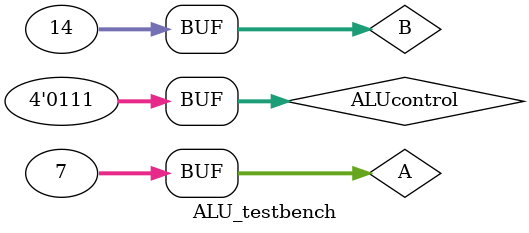
<source format=v>
module ALU_testbench();

reg [3:0] ALUcontrol;
reg [31:0] A,B;
wire [31:0] ALUout;
wire zero;

ALU x(ALUcontrol,A,B,ALUout,zero);

initial begin
ALUcontrol = 4'b1000 ;//a + b
A = 32'b00000000010000100101000000100000; 
B = 32'b00000000010000100101000000100000; #10;
ALUcontrol = 4'b1100 ;//a & b
A = 32'b00000000010000100101000000100000; 
B = 32'b00000000010000100101000000100000; #10;
ALUcontrol = 4'b1001 ;//a - b
A = 32'b00000000010000100101000000100000; 
B = 32'b00000000010000100101000000100000; #10;
ALUcontrol = 4'b0100 ;//a or b
A = 32'b11111111111111111111111111100000; 
B = 32'b00000000010000100101000000100000; #10;
ALUcontrol = 4'b1011 ;//b << 1
A = 32'b00000000000000000000000000000111; 
B = 32'b00000000000000000000000000001110; #10;
ALUcontrol = 4'b1010 ;//b >> 1
A = 32'b00000000000000000000000000000111; 
B = 32'b00000000000000000000000000001110; #10;
ALUcontrol = 4'b0010 ;//b >>> 1
A = 32'b00000000000000000000000000000111; 
B = 32'b00000000000000000000000000001110; #10;
ALUcontrol = 4'b111 ;//rd = 1 or 0
A = 32'b00000000000000000000000000000111; 
B = 32'b00000000000000000000000000001110; #10;

end

initial begin
  $monitor("Test-Time:%2d, ALUcntrl: %4b ,A: %32b,B: %32b,Result: %32b",
            $time,ALUcontrol,A,B,ALUout);
end

endmodule
</source>
